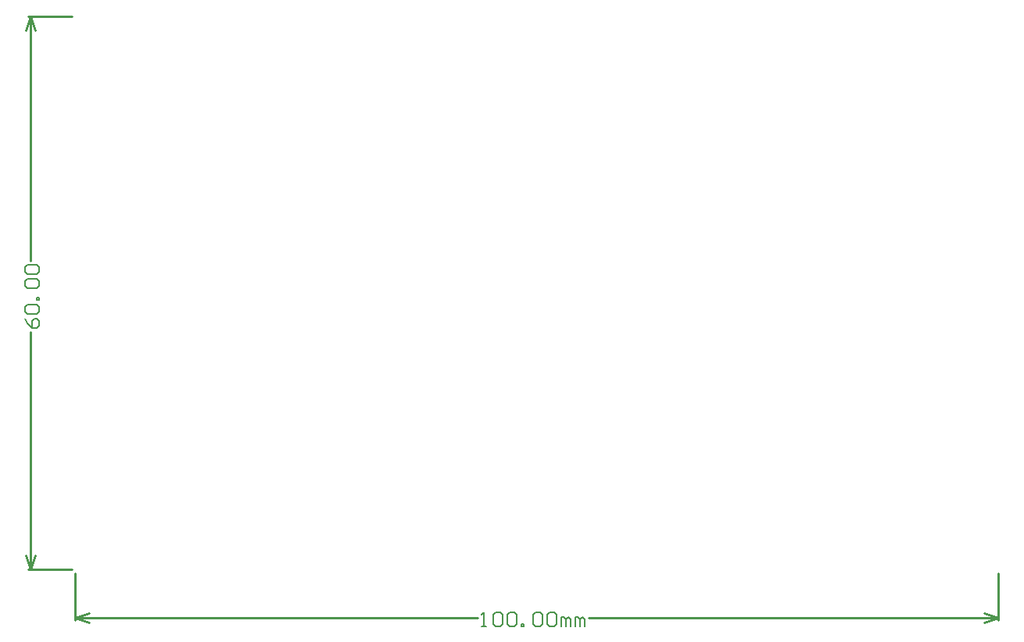
<source format=gm1>
G04*
G04 #@! TF.GenerationSoftware,Altium Limited,Altium Designer,20.2.2 (114)*
G04*
G04 Layer_Color=16711935*
%FSLAX44Y44*%
%MOMM*%
G71*
G04*
G04 #@! TF.SameCoordinates,263EBA9D-054C-40F6-8731-2C9348E58862*
G04*
G04*
G04 #@! TF.FilePolarity,Positive*
G04*
G01*
G75*
%ADD11C,0.2540*%
%ADD35C,0.1524*%
D11*
X-50800Y600000D02*
X-3810D01*
X-50800Y0D02*
X-3810D01*
X-48260Y334279D02*
Y600000D01*
Y0D02*
Y257593D01*
X-53340Y584760D02*
X-48260Y600000D01*
X-43180Y584760D01*
X-48260Y0D02*
X-43180Y15240D01*
X-53340D02*
X-48260Y0D01*
X1000000Y-54610D02*
Y-3810D01*
X0Y-54610D02*
Y-3810D01*
X555862Y-52070D02*
X1000000D01*
X0D02*
X436010D01*
X984760Y-46990D02*
X1000000Y-52070D01*
X984760Y-57150D02*
X1000000Y-52070D01*
X0D02*
X15240Y-57150D01*
X0Y-52070D02*
X15240Y-46990D01*
D35*
X-54353Y271814D02*
X-51814Y266735D01*
X-46736Y261657D01*
X-41658D01*
X-39118Y264196D01*
Y269275D01*
X-41658Y271814D01*
X-44197D01*
X-46736Y269275D01*
Y261657D01*
X-51814Y276892D02*
X-54353Y279431D01*
Y284510D01*
X-51814Y287049D01*
X-41658D01*
X-39118Y284510D01*
Y279431D01*
X-41658Y276892D01*
X-51814D01*
X-39118Y292127D02*
X-41658D01*
Y294666D01*
X-39118D01*
Y292127D01*
X-51814Y304823D02*
X-54353Y307362D01*
Y312441D01*
X-51814Y314980D01*
X-41658D01*
X-39118Y312441D01*
Y307362D01*
X-41658Y304823D01*
X-51814D01*
Y320058D02*
X-54353Y322597D01*
Y327676D01*
X-51814Y330215D01*
X-41658D01*
X-39118Y327676D01*
Y322597D01*
X-41658Y320058D01*
X-51814D01*
X440074Y-61212D02*
X445152D01*
X442613D01*
Y-45977D01*
X440074Y-48516D01*
X452770D02*
X455309Y-45977D01*
X460387D01*
X462927Y-48516D01*
Y-58672D01*
X460387Y-61212D01*
X455309D01*
X452770Y-58672D01*
Y-48516D01*
X468005D02*
X470544Y-45977D01*
X475623D01*
X478162Y-48516D01*
Y-58672D01*
X475623Y-61212D01*
X470544D01*
X468005Y-58672D01*
Y-48516D01*
X483240Y-61212D02*
Y-58672D01*
X485779D01*
Y-61212D01*
X483240D01*
X495936Y-48516D02*
X498475Y-45977D01*
X503554D01*
X506093Y-48516D01*
Y-58672D01*
X503554Y-61212D01*
X498475D01*
X495936Y-58672D01*
Y-48516D01*
X511171D02*
X513710Y-45977D01*
X518789D01*
X521328Y-48516D01*
Y-58672D01*
X518789Y-61212D01*
X513710D01*
X511171Y-58672D01*
Y-48516D01*
X526406Y-61212D02*
Y-51055D01*
X528945D01*
X531484Y-53594D01*
Y-61212D01*
Y-53594D01*
X534024Y-51055D01*
X536563Y-53594D01*
Y-61212D01*
X541641D02*
Y-51055D01*
X544180D01*
X546720Y-53594D01*
Y-61212D01*
Y-53594D01*
X549259Y-51055D01*
X551798Y-53594D01*
Y-61212D01*
M02*

</source>
